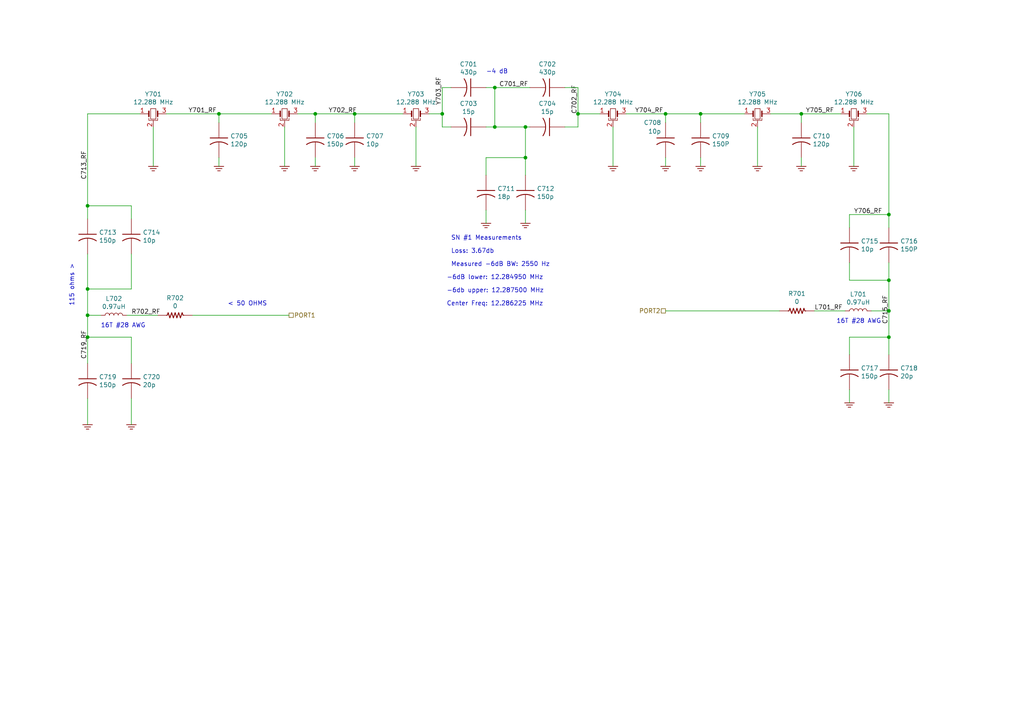
<source format=kicad_sch>
(kicad_sch (version 20211123) (generator eeschema)
  (paper "A4")
  (title_block (title "Crystal Filter") (rev "X1") (company "WA6ZFT"))
  (lib_symbols
    (symbol "Device:L" (pin_numbers hide) (pin_names (offset 1.016) hide)
      (property "Reference" "L" (at -1.27 0 90))
      (property "Value" "L" (at 1.905 0 90))
      (symbol "L_0_1"
        (arc (start 0 -2.54) (mid 0.635 -1.905) (end 0 -1.27))
        (arc (start 0 -1.27) (mid 0.635 -0.635) (end 0 0))
        (arc (start 0 0) (mid 0.635 0.635) (end 0 1.27))
        (arc (start 0 1.27) (mid 0.635 1.905) (end 0 2.54))
      )
      (symbol "L_1_1"
        (pin passive line (at 0 3.81 270) (length 1.27) (name "1") (number "1"))
        (pin passive line (at 0 -3.81 90) (length 1.27) (name "2") (number "2"))
      )
    )
    (symbol "custom:C_US_0805_C0G_NPO_5%_50V_HS" (pin_numbers hide) (pin_names (offset 0.254) hide)
      (property "Reference" "C" (at 1.27 2.54 0))
      (property "Value" "C_US_0805_C0G_NPO_5%_50V_HS" (at 1.27 -2.54 0))
      (symbol "C_US_0805_C0G_NPO_5%_50V_HS_0_1"
        (polyline (pts (xy -2.54 0.635) (xy 2.54 0.635) (xy 2.54 0.635)) (stroke (width 0.254)))
        (arc (start 2.54 -1.27) (mid 0 -0.5009) (end -2.54 -1.27) (stroke (width 0.254)))
      )
      (symbol "C_US_0805_C0G_NPO_5%_50V_HS_1_1"
        (pin passive line (at 0 5.08 270) (length 4.445) (name "~") (number "1"))
        (pin passive line (at 0 -5.08 90) (length 4.445) (name "~") (number "2"))
      )
    )
    (symbol "custom:Crystal_with_GND" (pin_names (offset 1.016) hide)
      (property "Reference" "Y" (at 0 5.08 0))
      (property "Value" "Crystal_with_GND" (at 0 3.175 0))
      (symbol "Crystal_with_GND_0_1"
        (rectangle (start -0.762 -1.524) (end 0.762 1.524))
        (polyline (pts (xy -2.54 0) (xy -1.27 0)))
        (polyline (pts (xy -1.27 -0.762) (xy -1.27 0.762)) (stroke (width 0.381)))
        (polyline (pts (xy 0 -2.54) (xy 0 -1.905)))
        (polyline (pts (xy 1.27 -0.762) (xy 1.27 0.762)) (stroke (width 0.381)))
        (polyline (pts (xy 2.54 0) (xy 1.27 0)))
        (polyline (pts (xy -1.27 -1.27) (xy -1.27 -1.905) (xy 1.27 -1.905) (xy 1.27 -1.27)))
      )
      (symbol "Crystal_with_GND_1_1"
        (pin passive line (at -3.81 0 0) (length 1.27) (name "1") (number "1"))
        (pin passive line (at 0 -3.81 90) (length 1.27) (name "2") (number "2"))
        (pin passive line (at 3.81 0 180) (length 1.27) (name "3") (number "3"))
      )
    )
    (symbol "custom:GND_US" (power) (pin_names (offset 0))
      (symbol "GND_US_0_1"
        (polyline (pts (xy -1.397 0) (xy 1.397 0)) (stroke (width 0.2032)))
        (polyline (pts (xy -0.889 -0.635) (xy 0.889 -0.635)) (stroke (width 0.2032)))
        (polyline (pts (xy -0.381 -1.27) (xy 0.381 -1.27)) (stroke (width 0.2032)))
      )
      (symbol "GND_US_1_1"
        (pin power_in line (at 0 0 90) (length 0) hide (name "GND") (number "1"))
      )
    )
    (symbol "custom:R_US" (pin_numbers hide) (pin_names (offset 1.016) hide)
      (property "Reference" "R" (at 2.032 0 90))
      (property "Value" "R_US" (at -2.032 0 90))
      (symbol "R_US_0_0"
        (polyline (pts (xy 0 -2.54) (xy 0 -2.54) (xy 0 -2.286) (xy -0.762 -2.032) (xy 0.762 -1.524) (xy -0.762 -1.016) (xy 0.762 -0.508) (xy -0.762 0) (xy 0.762 0.508) (xy -0.762 1.016) (xy 0.762 1.524) (xy -0.762 2.032) (xy 0 2.286) (xy 0 2.54) (xy 0 2.54)) (stroke (width 0.254)))
      )
      (symbol "R_US_1_1"
        (pin passive line (at 0 5.08 270) (length 2.54) (name "~") (number "1"))
        (pin passive line (at 0 -5.08 90) (length 2.54) (name "~") (number "2"))
      )
    )
  )
  (junction (at 143.51 25.4))
  (junction (at 257.81 81.28))
  (junction (at 203.2 33.02))
  (junction (at 25.4 59.69))
  (junction (at 128.27 33.02))
  (junction (at 143.51 36.83))
  (junction (at 152.4 36.83))
  (junction (at 25.4 97.79))
  (junction (at 25.4 91.44))
  (junction (at 193.04 33.02))
  (junction (at 257.81 90.17))
  (junction (at 232.41 33.02))
  (junction (at 257.81 97.79))
  (junction (at 102.87 33.02))
  (junction (at 257.81 62.23))
  (junction (at 152.4 45.72))
  (junction (at 63.5 33.02))
  (junction (at 25.4 83.82))
  (junction (at 167.64 33.02))
  (junction (at 91.44 33.02))
  (wire (pts (xy 25.4 91.44) (xy 25.4 97.79)))
  (wire (pts (xy 232.41 45.72) (xy 232.41 48.26)))
  (wire (pts (xy 247.65 36.83) (xy 247.65 48.26)))
  (wire (pts (xy 25.4 33.02) (xy 40.64 33.02)))
  (wire (pts (xy 102.87 33.02) (xy 116.84 33.02)))
  (wire (pts (xy 140.97 64.77) (xy 140.97 60.96)))
  (wire (pts (xy 257.81 102.87) (xy 257.81 97.79)))
  (wire (pts (xy 128.27 25.4) (xy 128.27 33.02)))
  (wire (pts (xy 232.41 35.56) (xy 232.41 33.02)))
  (wire (pts (xy 25.4 59.69) (xy 25.4 63.5)))
  (wire (pts (xy 246.38 76.2) (xy 246.38 81.28)))
  (wire (pts (xy 193.04 45.72) (xy 193.04 48.26)))
  (wire (pts (xy 167.64 36.83) (xy 163.83 36.83)))
  (wire (pts (xy 140.97 45.72) (xy 152.4 45.72)))
  (wire (pts (xy 193.04 35.56) (xy 193.04 33.02)))
  (wire (pts (xy 91.44 33.02) (xy 102.87 33.02)))
  (wire (pts (xy 25.4 123.19) (xy 25.4 115.57)))
  (wire (pts (xy 102.87 35.56) (xy 102.87 33.02)))
  (wire (pts (xy 63.5 45.72) (xy 63.5 48.26)))
  (wire (pts (xy 152.4 45.72) (xy 152.4 36.83)))
  (wire (pts (xy 257.81 62.23) (xy 257.81 33.02)))
  (wire (pts (xy 251.46 33.02) (xy 257.81 33.02)))
  (wire (pts (xy 91.44 45.72) (xy 91.44 48.26)))
  (wire (pts (xy 63.5 33.02) (xy 78.74 33.02)))
  (wire (pts (xy 257.81 90.17) (xy 257.81 81.28)))
  (wire (pts (xy 257.81 62.23) (xy 257.81 66.04)))
  (wire (pts (xy 120.65 36.83) (xy 120.65 48.26)))
  (wire (pts (xy 124.46 33.02) (xy 128.27 33.02)))
  (wire (pts (xy 203.2 45.72) (xy 203.2 48.26)))
  (wire (pts (xy 246.38 113.03) (xy 246.38 116.84)))
  (wire (pts (xy 38.1 115.57) (xy 38.1 123.19)))
  (wire (pts (xy 246.38 62.23) (xy 257.81 62.23)))
  (wire (pts (xy 203.2 35.56) (xy 203.2 33.02)))
  (wire (pts (xy 152.4 50.8) (xy 152.4 45.72)))
  (wire (pts (xy 38.1 73.66) (xy 38.1 83.82)))
  (wire (pts (xy 173.99 33.02) (xy 167.64 33.02)))
  (wire (pts (xy 38.1 97.79) (xy 25.4 97.79)))
  (wire (pts (xy 38.1 83.82) (xy 25.4 83.82)))
  (wire (pts (xy 91.44 35.56) (xy 91.44 33.02)))
  (wire (pts (xy 246.38 62.23) (xy 246.38 66.04)))
  (wire (pts (xy 257.81 97.79) (xy 257.81 90.17)))
  (wire (pts (xy 257.81 113.03) (xy 257.81 116.84)))
  (wire (pts (xy 245.11 90.17) (xy 236.22 90.17)))
  (wire (pts (xy 181.61 33.02) (xy 193.04 33.02)))
  (wire (pts (xy 128.27 36.83) (xy 130.81 36.83)))
  (wire (pts (xy 25.4 97.79) (xy 25.4 105.41)))
  (wire (pts (xy 45.72 91.44) (xy 36.83 91.44)))
  (wire (pts (xy 167.64 33.02) (xy 167.64 36.83)))
  (wire (pts (xy 86.36 33.02) (xy 91.44 33.02)))
  (wire (pts (xy 193.04 33.02) (xy 203.2 33.02)))
  (wire (pts (xy 38.1 105.41) (xy 38.1 97.79)))
  (wire (pts (xy 246.38 102.87) (xy 246.38 97.79)))
  (wire (pts (xy 38.1 63.5) (xy 38.1 59.69)))
  (wire (pts (xy 152.4 64.77) (xy 152.4 60.96)))
  (wire (pts (xy 143.51 25.4) (xy 143.51 36.83)))
  (wire (pts (xy 48.26 33.02) (xy 63.5 33.02)))
  (wire (pts (xy 257.81 81.28) (xy 257.81 76.2)))
  (wire (pts (xy 246.38 81.28) (xy 257.81 81.28)))
  (wire (pts (xy 219.71 36.83) (xy 219.71 48.26)))
  (wire (pts (xy 232.41 33.02) (xy 243.84 33.02)))
  (wire (pts (xy 25.4 73.66) (xy 25.4 83.82)))
  (wire (pts (xy 152.4 36.83) (xy 153.67 36.83)))
  (wire (pts (xy 29.21 91.44) (xy 25.4 91.44)))
  (wire (pts (xy 38.1 59.69) (xy 25.4 59.69)))
  (wire (pts (xy 130.81 25.4) (xy 128.27 25.4)))
  (wire (pts (xy 167.64 25.4) (xy 167.64 33.02)))
  (wire (pts (xy 128.27 33.02) (xy 128.27 36.83)))
  (wire (pts (xy 102.87 45.72) (xy 102.87 48.26)))
  (wire (pts (xy 25.4 59.69) (xy 25.4 33.02)))
  (wire (pts (xy 163.83 25.4) (xy 167.64 25.4)))
  (wire (pts (xy 203.2 33.02) (xy 215.9 33.02)))
  (wire (pts (xy 143.51 36.83) (xy 152.4 36.83)))
  (wire (pts (xy 63.5 35.56) (xy 63.5 33.02)))
  (wire (pts (xy 44.45 36.83) (xy 44.45 48.26)))
  (wire (pts (xy 226.06 90.17) (xy 193.04 90.17)))
  (wire (pts (xy 143.51 25.4) (xy 153.67 25.4)))
  (wire (pts (xy 140.97 25.4) (xy 143.51 25.4)))
  (wire (pts (xy 223.52 33.02) (xy 232.41 33.02)))
  (wire (pts (xy 55.88 91.44) (xy 83.82 91.44)))
  (wire (pts (xy 252.73 90.17) (xy 257.81 90.17)))
  (wire (pts (xy 246.38 97.79) (xy 257.81 97.79)))
  (wire (pts (xy 140.97 50.8) (xy 140.97 45.72)))
  (wire (pts (xy 140.97 36.83) (xy 143.51 36.83)))
  (wire (pts (xy 25.4 83.82) (xy 25.4 91.44)))
  (wire (pts (xy 82.55 36.83) (xy 82.55 48.26)))
  (wire (pts (xy 177.8 36.83) (xy 177.8 48.26)))
  (text "16T #28 AWG" (at 242.57 93.98 0) (effects (font (size 1.27 1.27)) (justify left bottom)))
  (text "-6dB lower: 12.284950 MHz" (at 129.54 81.28 0) (effects (font (size 1.27 1.27)) (justify left bottom)))
  (text "Loss: 3.67db" (at 130.81 73.66 0) (effects (font (size 1.27 1.27)) (justify left bottom)))
  (text "115 ohms >" (at 21.59 88.9 90) (effects (font (size 1.27 1.27)) (justify left bottom)))
  (text "16T #28 AWG" (at 29.21 95.25 0) (effects (font (size 1.27 1.27)) (justify left bottom)))
  (text "SN #1 Measurements" (at 130.81 69.85 0) (effects (font (size 1.27 1.27)) (justify left bottom)))
  (text "Measured -6dB BW: 2550 Hz" (at 130.81 77.47 0) (effects (font (size 1.27 1.27)) (justify left bottom)))
  (text "-6db upper: 12.287500 MHz" (at 129.54 85.09 0) (effects (font (size 1.27 1.27)) (justify left bottom)))
  (text "-4 dB" (at 140.97 21.59 0) (effects (font (size 1.27 1.27)) (justify left bottom)))
  (text "Center Freq: 12.286225 MHz" (at 129.54 88.9 0) (effects (font (size 1.27 1.27)) (justify left bottom)))
  (text "< 50 OHMS\n" (at 77.47 88.9 180) (effects (font (size 1.27 1.27)) (justify right bottom)))
  (label "Y703_RF" (at 128.27 30.48 90))
  (label "C702_RF" (at 167.64 33.02 90))
  (label "R702_RF" (at 38.1 91.44 0))
  (label "C715_RF" (at 257.81 93.98 90))
  (label "Y704_RF" (at 184.15 33.02 0))
  (label "Y706_RF" (at 247.65 62.23 0))
  (label "C719_RF" (at 25.4 104.14 90))
  (label "C713_RF" (at 25.4 52.07 90))
  (label "C701_RF" (at 144.78 25.4 0))
  (label "Y702_RF" (at 95.25 33.02 0))
  (label "L701_RF" (at 236.22 90.17 0))
  (label "Y705_RF" (at 233.68 33.02 0))
  (label "Y701_RF" (at 54.61 33.02 0))
  (hierarchical_label "PORT1" (shape passive) (at 83.82 91.44 0))
  (hierarchical_label "PORT2" (shape passive) (at 193.04 90.17 180))
  (symbol (lib_id "custom:GND_US") (at 44.45 48.26 0) (unit 1)
    (property "Reference" "#PWR0701" (effects hide))
    (property "Value" "GND_US" (effects hide))
  )
  (symbol (lib_id "custom:Crystal_with_GND") (at 44.45 33.02 0) (unit 1)
    (property "Reference" "Y701" (at 44.45 27.305 0))
    (property "Value" "12.288 MHz" (at 44.45 29.6164 0))
    (property "Footprint" "mods:Crystal_HC49_Vertical_With_Grounding_Pad" (effects hide))
    (property "PartNumber" "800260-101" (effects hide))
  )
  (symbol (lib_id "custom:GND_US") (at 82.55 48.26 0) (unit 1)
    (property "Reference" "#PWR0703" (effects hide))
    (property "Value" "GND_US" (effects hide))
  )
  (symbol (lib_id "custom:Crystal_with_GND") (at 82.55 33.02 0) (unit 1)
    (property "Reference" "Y702" (at 82.55 27.305 0))
    (property "Value" "12.288 MHz" (at 82.55 29.6164 0))
    (property "Footprint" "mods:Crystal_HC49_Vertical_With_Grounding_Pad" (effects hide))
    (property "PartNumber" "800260-101" (effects hide))
  )
  (symbol (lib_id "custom:GND_US") (at 120.65 48.26 0) (unit 1)
    (property "Reference" "#PWR0706" (effects hide))
    (property "Value" "GND_US" (effects hide))
  )
  (symbol (lib_id "custom:Crystal_with_GND") (at 120.65 33.02 0) (unit 1)
    (property "Reference" "Y703" (at 120.65 27.305 0))
    (property "Value" "12.288 MHz" (at 120.65 29.6164 0))
    (property "Footprint" "mods:Crystal_HC49_Vertical_With_Grounding_Pad" (effects hide))
    (property "PartNumber" "800260-101" (effects hide))
  )
  (symbol (lib_id "custom:GND_US") (at 177.8 48.26 0) (unit 1)
    (property "Reference" "#PWR0707" (effects hide))
    (property "Value" "GND_US" (effects hide))
  )
  (symbol (lib_id "custom:Crystal_with_GND") (at 177.8 33.02 0) (unit 1)
    (property "Reference" "Y704" (at 177.8 27.305 0))
    (property "Value" "12.288 MHz" (at 177.8 29.6164 0))
    (property "Footprint" "mods:Crystal_HC49_Vertical_With_Grounding_Pad" (effects hide))
    (property "PartNumber" "800260-101" (effects hide))
  )
  (symbol (lib_id "custom:GND_US") (at 219.71 48.26 0) (unit 1)
    (property "Reference" "#PWR0710" (effects hide))
    (property "Value" "GND_US" (effects hide))
  )
  (symbol (lib_id "custom:Crystal_with_GND") (at 219.71 33.02 0) (unit 1)
    (property "Reference" "Y705" (at 219.71 27.305 0))
    (property "Value" "12.288 MHz" (at 219.71 29.6164 0))
    (property "Footprint" "mods:Crystal_HC49_Vertical_With_Grounding_Pad" (effects hide))
    (property "PartNumber" "800260-101" (effects hide))
  )
  (symbol (lib_id "custom:GND_US") (at 247.65 48.26 0) (unit 1)
    (property "Reference" "#PWR0712" (effects hide))
    (property "Value" "GND_US" (effects hide))
  )
  (symbol (lib_id "custom:Crystal_with_GND") (at 247.65 33.02 0) (unit 1)
    (property "Reference" "Y706" (at 247.65 27.305 0))
    (property "Value" "12.288 MHz" (at 247.65 29.6164 0))
    (property "Footprint" "mods:Crystal_HC49_Vertical_With_Grounding_Pad" (effects hide))
    (property "PartNumber" "800260-101" (effects hide))
  )
  (symbol (lib_id "custom:C_US_0805_C0G_NPO_5%_50V_HS") (at 232.41 40.64 0) (unit 1)
    (property "Reference" "C710" (at 235.712 39.4716 0) (effects (justify left)))
    (property "Value" "120p" (at 235.712 41.783 0) (effects (justify left)))
    (property "Footprint" "Capacitor_SMD:C_0805_2012Metric_Pad1.15x1.40mm_HandSolder" (effects hide))
    (property "PartNumber" "800239_XXX" (effects hide))
  )
  (symbol (lib_id "custom:C_US_0805_C0G_NPO_5%_50V_HS") (at 63.5 40.64 0) (unit 1)
    (property "Reference" "C705" (at 66.802 39.4716 0) (effects (justify left)))
    (property "Value" "120p" (at 66.802 41.783 0) (effects (justify left)))
    (property "Footprint" "Capacitor_SMD:C_0805_2012Metric_Pad1.15x1.40mm_HandSolder" (effects hide))
    (property "PartNumber" "800239_XXX" (effects hide))
  )
  (symbol (lib_id "custom:C_US_0805_C0G_NPO_5%_50V_HS") (at 91.44 40.64 0) (unit 1)
    (property "Reference" "C706" (at 94.742 39.4716 0) (effects (justify left)))
    (property "Value" "150p" (at 94.742 41.783 0) (effects (justify left)))
    (property "Footprint" "Capacitor_SMD:C_0805_2012Metric_Pad1.15x1.40mm_HandSolder" (effects hide))
    (property "PartNumber" "800239_XXX" (effects hide))
  )
  (symbol (lib_id "custom:C_US_0805_C0G_NPO_5%_50V_HS") (at 203.2 40.64 0) (unit 1)
    (property "Reference" "C709" (at 206.502 39.4716 0) (effects (justify left)))
    (property "Value" "150P" (at 206.502 41.783 0) (effects (justify left)))
    (property "Footprint" "Capacitor_SMD:C_0805_2012Metric_Pad1.15x1.40mm_HandSolder" (effects hide))
    (property "PartNumber" "800239_XXX" (effects hide))
  )
  (symbol (lib_id "custom:C_US_0805_C0G_NPO_5%_50V_HS") (at 135.89 25.4 270) (unit 1)
    (property "Reference" "C701" (at 135.89 18.6182 90))
    (property "Value" "430p" (at 135.89 20.9296 90))
    (property "Footprint" "Capacitor_SMD:C_0805_2012Metric_Pad1.15x1.40mm_HandSolder" (effects hide))
    (property "PartNumber" "800239_XXX" (effects hide))
  )
  (symbol (lib_id "custom:GND_US") (at 232.41 48.26 0) (unit 1)
    (property "Reference" "#PWR0711" (effects hide))
    (property "Value" "GND_US" (effects hide))
  )
  (symbol (lib_id "custom:GND_US") (at 203.2 48.26 0) (unit 1)
    (property "Reference" "#PWR0709" (effects hide))
    (property "Value" "GND_US" (effects hide))
  )
  (symbol (lib_id "custom:GND_US") (at 91.44 48.26 0) (unit 1)
    (property "Reference" "#PWR0704" (effects hide))
    (property "Value" "GND_US" (effects hide))
  )
  (symbol (lib_id "custom:GND_US") (at 63.5 48.26 0) (unit 1)
    (property "Reference" "#PWR0702" (effects hide))
    (property "Value" "GND_US" (effects hide))
  )
  (symbol (lib_id "custom:C_US_0805_C0G_NPO_5%_50V_HS") (at 102.87 40.64 0) (unit 1)
    (property "Reference" "C707" (at 106.172 39.4716 0) (effects (justify left)))
    (property "Value" "10p" (at 106.172 41.783 0) (effects (justify left)))
    (property "Footprint" "Capacitor_SMD:C_0805_2012Metric_Pad1.15x1.40mm_HandSolder" (effects hide))
    (property "PartNumber" "800239_XXX" (effects hide))
  )
  (symbol (lib_id "custom:GND_US") (at 102.87 48.26 0) (unit 1)
    (property "Reference" "#PWR0705" (effects hide))
    (property "Value" "GND_US" (effects hide))
  )
  (symbol (lib_id "custom:C_US_0805_C0G_NPO_5%_50V_HS") (at 193.04 40.64 0) (unit 1)
    (property "Reference" "C708" (at 186.69 35.56 0) (effects (justify left)))
    (property "Value" "10p" (at 187.96 38.1 0) (effects (justify left)))
    (property "Footprint" "Capacitor_SMD:C_0805_2012Metric_Pad1.15x1.40mm_HandSolder" (effects hide))
    (property "PartNumber" "800239_XXX" (effects hide))
  )
  (symbol (lib_id "custom:GND_US") (at 193.04 48.26 0) (unit 1)
    (property "Reference" "#PWR0708" (effects hide))
    (property "Value" "GND_US" (effects hide))
  )
  (symbol (lib_id "custom:C_US_0805_C0G_NPO_5%_50V_HS") (at 25.4 68.58 0) (unit 1)
    (property "Reference" "C713" (at 28.702 67.4116 0) (effects (justify left)))
    (property "Value" "150p" (at 28.702 69.723 0) (effects (justify left)))
    (property "Footprint" "Capacitor_SMD:C_0805_2012Metric_Pad1.15x1.40mm_HandSolder" (effects hide))
    (property "PartNumber" "800239_XXX" (effects hide))
  )
  (symbol (lib_id "custom:C_US_0805_C0G_NPO_5%_50V_HS") (at 38.1 68.58 0) (unit 1)
    (property "Reference" "C714" (at 41.402 67.4116 0) (effects (justify left)))
    (property "Value" "10p" (at 41.402 69.723 0) (effects (justify left)))
    (property "Footprint" "Capacitor_SMD:C_0805_2012Metric_Pad1.15x1.40mm_HandSolder" (effects hide))
    (property "PartNumber" "800239_XXX" (effects hide))
  )
  (symbol (lib_id "custom:C_US_0805_C0G_NPO_5%_50V_HS") (at 257.81 71.12 0) (unit 1)
    (property "Reference" "C716" (at 261.112 69.9516 0) (effects (justify left)))
    (property "Value" "150P" (at 261.112 72.263 0) (effects (justify left)))
    (property "Footprint" "Capacitor_SMD:C_0805_2012Metric_Pad1.15x1.40mm_HandSolder" (effects hide))
    (property "PartNumber" "800239_XXX" (effects hide))
  )
  (symbol (lib_id "custom:C_US_0805_C0G_NPO_5%_50V_HS") (at 246.38 71.12 0) (unit 1)
    (property "Reference" "C715" (at 249.682 69.9516 0) (effects (justify left)))
    (property "Value" "10p" (at 249.682 72.263 0) (effects (justify left)))
    (property "Footprint" "Capacitor_SMD:C_0805_2012Metric_Pad1.15x1.40mm_HandSolder" (effects hide))
    (property "PartNumber" "800239_XXX" (effects hide))
  )
  (symbol (lib_id "custom:C_US_0805_C0G_NPO_5%_50V_HS") (at 158.75 25.4 270) (unit 1)
    (property "Reference" "C702" (at 158.75 18.6182 90))
    (property "Value" "430p" (at 158.75 20.9296 90))
    (property "Footprint" "Capacitor_SMD:C_0805_2012Metric_Pad1.15x1.40mm_HandSolder" (effects hide))
    (property "PartNumber" "800239_XXX" (effects hide))
  )
  (symbol (lib_id "custom:C_US_0805_C0G_NPO_5%_50V_HS") (at 135.89 36.83 270) (unit 1)
    (property "Reference" "C703" (at 135.89 30.0482 90))
    (property "Value" "15p" (at 135.89 32.3596 90))
    (property "Footprint" "Capacitor_SMD:C_0805_2012Metric_Pad1.15x1.40mm_HandSolder" (effects hide))
    (property "PartNumber" "800239_XXX" (effects hide))
  )
  (symbol (lib_id "custom:C_US_0805_C0G_NPO_5%_50V_HS") (at 158.75 36.83 270) (unit 1)
    (property "Reference" "C704" (at 158.75 30.0482 90))
    (property "Value" "15p" (at 158.75 32.3596 90))
    (property "Footprint" "Capacitor_SMD:C_0805_2012Metric_Pad1.15x1.40mm_HandSolder" (effects hide))
    (property "PartNumber" "800239_XXX" (effects hide))
  )
  (symbol (lib_id "custom:C_US_0805_C0G_NPO_5%_50V_HS") (at 25.4 110.49 0) (unit 1)
    (property "Reference" "C719" (at 28.702 109.3216 0) (effects (justify left)))
    (property "Value" "150p" (at 28.702 111.633 0) (effects (justify left)))
    (property "Footprint" "Capacitor_SMD:C_0805_2012Metric_Pad1.15x1.40mm_HandSolder" (effects hide))
    (property "PartNumber" "800239_XXX" (effects hide))
  )
  (symbol (lib_id "custom:C_US_0805_C0G_NPO_5%_50V_HS") (at 38.1 110.49 0) (unit 1)
    (property "Reference" "C720" (at 41.402 109.3216 0) (effects (justify left)))
    (property "Value" "20p" (at 41.402 111.633 0) (effects (justify left)))
    (property "Footprint" "Capacitor_SMD:C_0805_2012Metric_Pad1.15x1.40mm_HandSolder" (effects hide))
    (property "PartNumber" "800239_XXX" (effects hide))
  )
  (symbol (lib_id "custom:C_US_0805_C0G_NPO_5%_50V_HS") (at 246.38 107.95 0) (unit 1)
    (property "Reference" "C717" (at 249.682 106.7816 0) (effects (justify left)))
    (property "Value" "150p" (at 249.682 109.093 0) (effects (justify left)))
    (property "Footprint" "Capacitor_SMD:C_0805_2012Metric_Pad1.15x1.40mm_HandSolder" (effects hide))
    (property "PartNumber" "800239_XXX" (effects hide))
  )
  (symbol (lib_id "custom:C_US_0805_C0G_NPO_5%_50V_HS") (at 257.81 107.95 0) (unit 1)
    (property "Reference" "C718" (at 261.112 106.7816 0) (effects (justify left)))
    (property "Value" "20p" (at 261.112 109.093 0) (effects (justify left)))
    (property "Footprint" "Capacitor_SMD:C_0805_2012Metric_Pad1.15x1.40mm_HandSolder" (effects hide))
    (property "PartNumber" "800239_XXX" (effects hide))
  )
  (symbol (lib_id "custom:GND_US") (at 25.4 123.19 0) (unit 1)
    (property "Reference" "#PWR0717" (effects hide))
    (property "Value" "GND_US" (effects hide))
  )
  (symbol (lib_id "custom:GND_US") (at 38.1 123.19 0) (unit 1)
    (property "Reference" "#PWR0718" (effects hide))
    (property "Value" "GND_US" (effects hide))
  )
  (symbol (lib_id "custom:GND_US") (at 246.38 116.84 0) (unit 1)
    (property "Reference" "#PWR0715" (effects hide))
    (property "Value" "GND_US" (effects hide))
  )
  (symbol (lib_id "custom:GND_US") (at 257.81 116.84 0) (unit 1)
    (property "Reference" "#PWR0716" (effects hide))
    (property "Value" "GND_US" (effects hide))
  )
  (symbol (lib_id "Device:L") (at 248.92 90.17 90) (unit 1)
    (property "Reference" "L701" (at 248.92 85.344 90))
    (property "Value" "0.97uH" (at 248.92 87.6554 90))
    (property "Footprint" "mods:TOROID_T37_VERT" (effects hide))
    (property "PartNumber" "800234-376" (effects hide))
  )
  (symbol (lib_id "Device:L") (at 33.02 91.44 90) (unit 1)
    (property "Reference" "L702" (at 33.02 86.614 90))
    (property "Value" "0.97uH" (at 33.02 88.9254 90))
    (property "Footprint" "mods:TOROID_T37_VERT" (effects hide))
    (property "PartNumber" "800234-376" (effects hide))
  )
  (symbol (lib_id "custom:R_US") (at 50.8 91.44 270) (unit 1)
    (property "Reference" "R702" (at 50.8 86.4362 90))
    (property "Value" "0" (at 50.8 88.7476 90))
    (property "Footprint" "Resistor_SMD:R_0805_2012Metric_Pad1.15x1.40mm_HandSolder" (effects hide))
    (property "PartNumber" "800XXX-XXX" (effects hide))
  )
  (symbol (lib_id "custom:R_US") (at 231.14 90.17 270) (unit 1)
    (property "Reference" "R701" (at 231.14 85.1662 90))
    (property "Value" "0" (at 231.14 87.4776 90))
    (property "Footprint" "Resistor_SMD:R_0805_2012Metric_Pad1.15x1.40mm_HandSolder" (effects hide))
    (property "PartNumber" "800XXX-XXX" (effects hide))
  )
  (symbol (lib_id "custom:C_US_0805_C0G_NPO_5%_50V_HS") (at 152.4 55.88 0) (unit 1)
    (property "Reference" "C712" (at 155.702 54.7116 0) (effects (justify left)))
    (property "Value" "150p" (at 155.702 57.023 0) (effects (justify left)))
    (property "Footprint" "Capacitor_SMD:C_0805_2012Metric_Pad1.15x1.40mm_HandSolder" (effects hide))
    (property "PartNumber" "800239_XXX" (effects hide))
  )
  (symbol (lib_id "custom:C_US_0805_C0G_NPO_5%_50V_HS") (at 140.97 55.88 0) (unit 1)
    (property "Reference" "C711" (at 144.272 54.7116 0) (effects (justify left)))
    (property "Value" "18p" (at 144.272 57.023 0) (effects (justify left)))
    (property "Footprint" "Capacitor_SMD:C_0805_2012Metric_Pad1.15x1.40mm_HandSolder" (effects hide))
    (property "PartNumber" "800239_XXX" (effects hide))
  )
  (symbol (lib_id "custom:GND_US") (at 140.97 64.77 0) (unit 1)
    (property "Reference" "#PWR0713" (effects hide))
    (property "Value" "GND_US" (effects hide))
  )
  (symbol (lib_id "custom:GND_US") (at 152.4 64.77 0) (unit 1)
    (property "Reference" "#PWR0714" (effects hide))
    (property "Value" "GND_US" (effects hide))
  )
)
</source>
